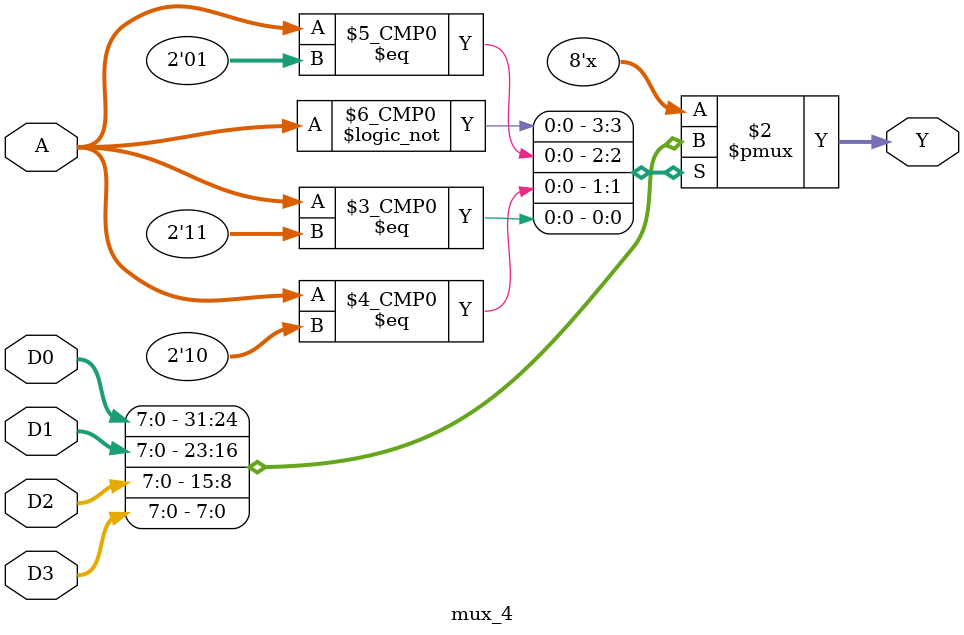
<source format=v>
module mux_4 (A, D0, D1, D2, D3, Y);
    input wire [1:0] A;
    input wire [7:0] D0, D1, D2, D3;
    
    output reg [7:0] Y;
    always @(*) begin
        case (A)
            2'b00: Y = D0;
            2'b01: Y = D1;
            2'b10: Y = D2;
            2'b11: Y = D3;
            default: Y = 8'b0;
        endcase
    end
endmodule
</source>
